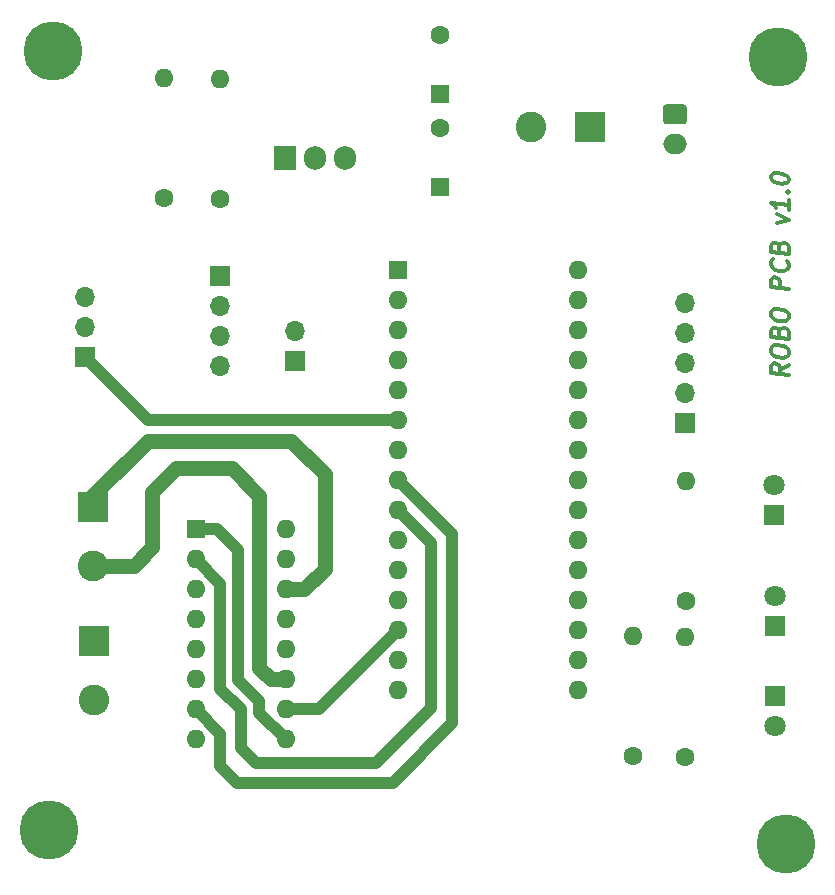
<source format=gbr>
%TF.GenerationSoftware,KiCad,Pcbnew,(5.1.10)-1*%
%TF.CreationDate,2021-06-27T00:20:55+05:30*%
%TF.ProjectId,pcb_flip,7063625f-666c-4697-902e-6b696361645f,rev?*%
%TF.SameCoordinates,Original*%
%TF.FileFunction,Copper,L1,Top*%
%TF.FilePolarity,Positive*%
%FSLAX46Y46*%
G04 Gerber Fmt 4.6, Leading zero omitted, Abs format (unit mm)*
G04 Created by KiCad (PCBNEW (5.1.10)-1) date 2021-06-27 00:20:55*
%MOMM*%
%LPD*%
G01*
G04 APERTURE LIST*
%TA.AperFunction,NonConductor*%
%ADD10C,0.300000*%
%TD*%
%TA.AperFunction,ConnectorPad*%
%ADD11C,5.000000*%
%TD*%
%TA.AperFunction,ComponentPad*%
%ADD12C,2.900000*%
%TD*%
%TA.AperFunction,ComponentPad*%
%ADD13C,1.800000*%
%TD*%
%TA.AperFunction,ComponentPad*%
%ADD14R,1.800000X1.800000*%
%TD*%
%TA.AperFunction,ComponentPad*%
%ADD15O,1.600000X1.600000*%
%TD*%
%TA.AperFunction,ComponentPad*%
%ADD16R,1.600000X1.600000*%
%TD*%
%TA.AperFunction,ComponentPad*%
%ADD17C,2.600000*%
%TD*%
%TA.AperFunction,ComponentPad*%
%ADD18R,2.600000X2.600000*%
%TD*%
%TA.AperFunction,ComponentPad*%
%ADD19O,1.700000X1.700000*%
%TD*%
%TA.AperFunction,ComponentPad*%
%ADD20R,1.700000X1.700000*%
%TD*%
%TA.AperFunction,ComponentPad*%
%ADD21O,1.905000X2.000000*%
%TD*%
%TA.AperFunction,ComponentPad*%
%ADD22R,1.905000X2.000000*%
%TD*%
%TA.AperFunction,ComponentPad*%
%ADD23C,1.600000*%
%TD*%
%TA.AperFunction,ComponentPad*%
%ADD24O,2.000000X1.700000*%
%TD*%
%TA.AperFunction,Conductor*%
%ADD25C,1.000000*%
%TD*%
%TA.AperFunction,Conductor*%
%ADD26C,1.300000*%
%TD*%
G04 APERTURE END LIST*
D10*
X123995571Y-70056714D02*
X123281285Y-70467428D01*
X123995571Y-70913857D02*
X122495571Y-70726357D01*
X122495571Y-70154928D01*
X122567000Y-70021000D01*
X122638428Y-69958500D01*
X122781285Y-69904928D01*
X122995571Y-69931714D01*
X123138428Y-70021000D01*
X123209857Y-70101357D01*
X123281285Y-70253142D01*
X123281285Y-70824571D01*
X122495571Y-68940642D02*
X122495571Y-68654928D01*
X122567000Y-68521000D01*
X122709857Y-68396000D01*
X122995571Y-68360285D01*
X123495571Y-68422785D01*
X123781285Y-68529928D01*
X123924142Y-68690642D01*
X123995571Y-68842428D01*
X123995571Y-69128142D01*
X123924142Y-69262071D01*
X123781285Y-69387071D01*
X123495571Y-69422785D01*
X122995571Y-69360285D01*
X122709857Y-69253142D01*
X122567000Y-69092428D01*
X122495571Y-68940642D01*
X123209857Y-67244214D02*
X123281285Y-67038857D01*
X123352714Y-66976357D01*
X123495571Y-66922785D01*
X123709857Y-66949571D01*
X123852714Y-67038857D01*
X123924142Y-67119214D01*
X123995571Y-67271000D01*
X123995571Y-67842428D01*
X122495571Y-67654928D01*
X122495571Y-67154928D01*
X122567000Y-67021000D01*
X122638428Y-66958500D01*
X122781285Y-66904928D01*
X122924142Y-66922785D01*
X123067000Y-67012071D01*
X123138428Y-67092428D01*
X123209857Y-67244214D01*
X123209857Y-67744214D01*
X122495571Y-65869214D02*
X122495571Y-65583500D01*
X122567000Y-65449571D01*
X122709857Y-65324571D01*
X122995571Y-65288857D01*
X123495571Y-65351357D01*
X123781285Y-65458500D01*
X123924142Y-65619214D01*
X123995571Y-65771000D01*
X123995571Y-66056714D01*
X123924142Y-66190642D01*
X123781285Y-66315642D01*
X123495571Y-66351357D01*
X122995571Y-66288857D01*
X122709857Y-66181714D01*
X122567000Y-66021000D01*
X122495571Y-65869214D01*
X123995571Y-63628142D02*
X122495571Y-63440642D01*
X122495571Y-62869214D01*
X122567000Y-62735285D01*
X122638428Y-62672785D01*
X122781285Y-62619214D01*
X122995571Y-62646000D01*
X123138428Y-62735285D01*
X123209857Y-62815642D01*
X123281285Y-62967428D01*
X123281285Y-63538857D01*
X123852714Y-61253142D02*
X123924142Y-61333500D01*
X123995571Y-61556714D01*
X123995571Y-61699571D01*
X123924142Y-61904928D01*
X123781285Y-62029928D01*
X123638428Y-62083500D01*
X123352714Y-62119214D01*
X123138428Y-62092428D01*
X122852714Y-61985285D01*
X122709857Y-61896000D01*
X122567000Y-61735285D01*
X122495571Y-61512071D01*
X122495571Y-61369214D01*
X122567000Y-61163857D01*
X122638428Y-61101357D01*
X123209857Y-60029928D02*
X123281285Y-59824571D01*
X123352714Y-59762071D01*
X123495571Y-59708500D01*
X123709857Y-59735285D01*
X123852714Y-59824571D01*
X123924142Y-59904928D01*
X123995571Y-60056714D01*
X123995571Y-60628142D01*
X122495571Y-60440642D01*
X122495571Y-59940642D01*
X122567000Y-59806714D01*
X122638428Y-59744214D01*
X122781285Y-59690642D01*
X122924142Y-59708500D01*
X123067000Y-59797785D01*
X123138428Y-59878142D01*
X123209857Y-60029928D01*
X123209857Y-60529928D01*
X122995571Y-58003142D02*
X123995571Y-57771000D01*
X122995571Y-57288857D01*
X123995571Y-56056714D02*
X123995571Y-56913857D01*
X123995571Y-56485285D02*
X122495571Y-56297785D01*
X122709857Y-56467428D01*
X122852714Y-56628142D01*
X122924142Y-56779928D01*
X123852714Y-55396000D02*
X123924142Y-55333500D01*
X123995571Y-55413857D01*
X123924142Y-55476357D01*
X123852714Y-55396000D01*
X123995571Y-55413857D01*
X122495571Y-54226357D02*
X122495571Y-54083500D01*
X122567000Y-53949571D01*
X122638428Y-53887071D01*
X122781285Y-53833500D01*
X123067000Y-53797785D01*
X123424142Y-53842428D01*
X123709857Y-53949571D01*
X123852714Y-54038857D01*
X123924142Y-54119214D01*
X123995571Y-54271000D01*
X123995571Y-54413857D01*
X123924142Y-54547785D01*
X123852714Y-54610285D01*
X123709857Y-54663857D01*
X123424142Y-54699571D01*
X123067000Y-54654928D01*
X122781285Y-54547785D01*
X122638428Y-54458500D01*
X122567000Y-54378142D01*
X122495571Y-54226357D01*
D11*
%TO.P,..,1*%
%TO.N,N/C*%
X123761500Y-110617000D03*
D12*
X123761500Y-110617000D03*
%TD*%
D11*
%TO.P,..,1*%
%TO.N,N/C*%
X61404500Y-109410500D03*
D12*
X61404500Y-109410500D03*
%TD*%
D11*
%TO.P,.,1*%
%TO.N,N/C*%
X123063000Y-43942000D03*
D12*
X123063000Y-43942000D03*
%TD*%
D11*
%TO.P, ,1*%
%TO.N,N/C*%
X61722000Y-43434000D03*
D12*
X61722000Y-43434000D03*
%TD*%
D13*
%TO.P,D2,2*%
%TO.N,Net-(D2-Pad2)*%
X122809000Y-89598500D03*
D14*
%TO.P,D2,1*%
%TO.N,Earth*%
X122809000Y-92138500D03*
%TD*%
D15*
%TO.P,\u002A   L293D,16*%
%TO.N,+5V*%
X81407000Y-83947000D03*
%TO.P,\u002A   L293D,8*%
%TO.N,+6V*%
X73787000Y-101727000D03*
%TO.P,\u002A   L293D,15*%
%TO.N,Net-(A1-Pad12)*%
X81407000Y-86487000D03*
%TO.P,\u002A   L293D,7*%
%TO.N,Net-(A1-Pad8)*%
X73787000Y-99187000D03*
%TO.P,\u002A   L293D,14*%
%TO.N,Net-(J4-Pad1)*%
X81407000Y-89027000D03*
%TO.P,\u002A   L293D,6*%
%TO.N,Net-(J5-Pad2)*%
X73787000Y-96647000D03*
%TO.P,\u002A   L293D,13*%
%TO.N,Earth*%
X81407000Y-91567000D03*
%TO.P,\u002A   L293D,5*%
X73787000Y-94107000D03*
%TO.P,\u002A   L293D,12*%
X81407000Y-94107000D03*
%TO.P,\u002A   L293D,4*%
X73787000Y-91567000D03*
%TO.P,\u002A   L293D,11*%
%TO.N,Net-(J4-Pad2)*%
X81407000Y-96647000D03*
%TO.P,\u002A   L293D,3*%
%TO.N,Net-(J5-Pad1)*%
X73787000Y-89027000D03*
%TO.P,\u002A   L293D,10*%
%TO.N,Net-(A1-Pad13)*%
X81407000Y-99187000D03*
%TO.P,\u002A   L293D,2*%
%TO.N,Net-(A1-Pad9)*%
X73787000Y-86487000D03*
%TO.P,\u002A   L293D,9*%
%TO.N,Net-(A1-Pad7)*%
X81407000Y-101727000D03*
D16*
%TO.P,\u002A   L293D,1*%
X73787000Y-83947000D03*
%TD*%
D17*
%TO.P,CUTOFF SW,2*%
%TO.N,+BATT*%
X102188000Y-49911000D03*
D18*
%TO.P,CUTOFF SW,1*%
%TO.N,Net-(J1-Pad1)*%
X107188000Y-49911000D03*
%TD*%
D19*
%TO.P,A7 A6 A5 A4 A3,5*%
%TO.N,Net-(A1-Pad26)*%
X115189000Y-64770000D03*
%TO.P,A7 A6 A5 A4 A3,4*%
%TO.N,Net-(A1-Pad25)*%
X115189000Y-67310000D03*
%TO.P,A7 A6 A5 A4 A3,3*%
%TO.N,Net-(A1-Pad24)*%
X115189000Y-69850000D03*
%TO.P,A7 A6 A5 A4 A3,2*%
%TO.N,Net-(A1-Pad23)*%
X115189000Y-72390000D03*
D20*
%TO.P,A7 A6 A5 A4 A3,1*%
%TO.N,Net-(A1-Pad22)*%
X115189000Y-74930000D03*
%TD*%
D19*
%TO.P,.,2*%
%TO.N,Net-(A1-Pad3)*%
X82169000Y-67183000D03*
D20*
%TO.P,.,1*%
%TO.N,Earth*%
X82169000Y-69723000D03*
%TD*%
D17*
%TO.P,M1,2*%
%TO.N,Net-(J5-Pad2)*%
X65214500Y-98408500D03*
D18*
%TO.P,M1,1*%
%TO.N,Net-(J5-Pad1)*%
X65214500Y-93408500D03*
%TD*%
D17*
%TO.P,M2,2*%
%TO.N,Net-(J4-Pad2)*%
X65087500Y-87042000D03*
D18*
%TO.P,M2,1*%
%TO.N,Net-(J4-Pad1)*%
X65087500Y-82042000D03*
%TD*%
D19*
%TO.P,D  V  G,3*%
%TO.N,Earth*%
X64452500Y-64262000D03*
%TO.P,D  V  G,2*%
%TO.N,+6V*%
X64452500Y-66802000D03*
D20*
%TO.P,D  V  G,1*%
%TO.N,Net-(A1-Pad6)*%
X64452500Y-69342000D03*
%TD*%
D19*
%TO.P,RF,4*%
%TO.N,Earth*%
X75819000Y-70104000D03*
%TO.P,RF,3*%
%TO.N,Net-(A1-Pad2)*%
X75819000Y-67564000D03*
%TO.P,RF,2*%
X75819000Y-65024000D03*
D20*
%TO.P,RF,1*%
%TO.N,+5V*%
X75819000Y-62484000D03*
%TD*%
D21*
%TO.P,LM741,3*%
%TO.N,+BATT*%
X86423500Y-52514500D03*
%TO.P,LM741,2*%
%TO.N,+6V*%
X83883500Y-52514500D03*
D22*
%TO.P,LM741,1*%
%TO.N,Net-(R1-Pad2)*%
X81343500Y-52514500D03*
%TD*%
D15*
%TO.P,R5,2*%
%TO.N,Net-(A1-Pad21)*%
X115316000Y-79883000D03*
D23*
%TO.P,R5,1*%
%TO.N,Net-(D3-Pad2)*%
X115316000Y-90043000D03*
%TD*%
D15*
%TO.P,R4,2*%
%TO.N,Net-(A1-Pad20)*%
X115252500Y-93091000D03*
D23*
%TO.P,R4,1*%
%TO.N,Net-(D2-Pad2)*%
X115252500Y-103251000D03*
%TD*%
D15*
%TO.P,R3,2*%
%TO.N,Net-(A1-Pad19)*%
X110807500Y-92964000D03*
D23*
%TO.P,R3,1*%
%TO.N,Net-(D1-Pad2)*%
X110807500Y-103124000D03*
%TD*%
D15*
%TO.P,R2 3.8k,2*%
%TO.N,Earth*%
X75882500Y-45847000D03*
D23*
%TO.P,R2 3.8k,1*%
%TO.N,Net-(R1-Pad2)*%
X75882500Y-56007000D03*
%TD*%
D15*
%TO.P,R1 1k,2*%
%TO.N,Net-(R1-Pad2)*%
X71120000Y-45720000D03*
D23*
%TO.P,R1 1k,1*%
%TO.N,+6V*%
X71120000Y-55880000D03*
%TD*%
D24*
%TO.P,-  +,2*%
%TO.N,Earth*%
X114363500Y-51331500D03*
%TO.P,-  +,1*%
%TO.N,Net-(J1-Pad1)*%
%TA.AperFunction,ComponentPad*%
G36*
G01*
X113613500Y-47981500D02*
X115113500Y-47981500D01*
G75*
G02*
X115363500Y-48231500I0J-250000D01*
G01*
X115363500Y-49431500D01*
G75*
G02*
X115113500Y-49681500I-250000J0D01*
G01*
X113613500Y-49681500D01*
G75*
G02*
X113363500Y-49431500I0J250000D01*
G01*
X113363500Y-48231500D01*
G75*
G02*
X113613500Y-47981500I250000J0D01*
G01*
G37*
%TD.AperFunction*%
%TD*%
D13*
%TO.P,D3,2*%
%TO.N,Net-(D3-Pad2)*%
X122745500Y-80200500D03*
D14*
%TO.P,D3,1*%
%TO.N,Earth*%
X122745500Y-82740500D03*
%TD*%
D13*
%TO.P,D1,2*%
%TO.N,Net-(D1-Pad2)*%
X122809000Y-100584000D03*
D14*
%TO.P,D1,1*%
%TO.N,Earth*%
X122809000Y-98044000D03*
%TD*%
D23*
%TO.P,C2,2*%
%TO.N,Earth*%
X94488000Y-42117000D03*
D16*
%TO.P,C2,1*%
%TO.N,+BATT*%
X94488000Y-47117000D03*
%TD*%
D23*
%TO.P,C1,2*%
%TO.N,Earth*%
X94488000Y-49991000D03*
D16*
%TO.P,C1,1*%
%TO.N,+6V*%
X94488000Y-54991000D03*
%TD*%
%TO.P,Arduino Nano,1*%
%TO.N,N/C*%
X90932000Y-61976000D03*
D15*
%TO.P,Arduino Nano,17*%
X106172000Y-94996000D03*
%TO.P,Arduino Nano,2*%
%TO.N,Net-(A1-Pad2)*%
X90932000Y-64516000D03*
%TO.P,Arduino Nano,18*%
%TO.N,N/C*%
X106172000Y-92456000D03*
%TO.P,Arduino Nano,3*%
%TO.N,Net-(A1-Pad3)*%
X90932000Y-67056000D03*
%TO.P,Arduino Nano,19*%
%TO.N,Net-(A1-Pad19)*%
X106172000Y-89916000D03*
%TO.P,Arduino Nano,4*%
%TO.N,Earth*%
X90932000Y-69596000D03*
%TO.P,Arduino Nano,20*%
%TO.N,Net-(A1-Pad20)*%
X106172000Y-87376000D03*
%TO.P,Arduino Nano,5*%
%TO.N,N/C*%
X90932000Y-72136000D03*
%TO.P,Arduino Nano,21*%
%TO.N,Net-(A1-Pad21)*%
X106172000Y-84836000D03*
%TO.P,Arduino Nano,6*%
%TO.N,Net-(A1-Pad6)*%
X90932000Y-74676000D03*
%TO.P,Arduino Nano,22*%
%TO.N,Net-(A1-Pad22)*%
X106172000Y-82296000D03*
%TO.P,Arduino Nano,7*%
%TO.N,Net-(A1-Pad7)*%
X90932000Y-77216000D03*
%TO.P,Arduino Nano,23*%
%TO.N,Net-(A1-Pad23)*%
X106172000Y-79756000D03*
%TO.P,Arduino Nano,8*%
%TO.N,Net-(A1-Pad8)*%
X90932000Y-79756000D03*
%TO.P,Arduino Nano,24*%
%TO.N,Net-(A1-Pad24)*%
X106172000Y-77216000D03*
%TO.P,Arduino Nano,9*%
%TO.N,Net-(A1-Pad9)*%
X90932000Y-82296000D03*
%TO.P,Arduino Nano,25*%
%TO.N,Net-(A1-Pad25)*%
X106172000Y-74676000D03*
%TO.P,Arduino Nano,10*%
%TO.N,N/C*%
X90932000Y-84836000D03*
%TO.P,Arduino Nano,26*%
%TO.N,Net-(A1-Pad26)*%
X106172000Y-72136000D03*
%TO.P,Arduino Nano,11*%
%TO.N,N/C*%
X90932000Y-87376000D03*
%TO.P,Arduino Nano,27*%
%TO.N,+5V*%
X106172000Y-69596000D03*
%TO.P,Arduino Nano,12*%
%TO.N,Net-(A1-Pad12)*%
X90932000Y-89916000D03*
%TO.P,Arduino Nano,28*%
%TO.N,N/C*%
X106172000Y-67056000D03*
%TO.P,Arduino Nano,13*%
%TO.N,Net-(A1-Pad13)*%
X90932000Y-92456000D03*
%TO.P,Arduino Nano,29*%
%TO.N,Earth*%
X106172000Y-64516000D03*
%TO.P,Arduino Nano,14*%
%TO.N,N/C*%
X90932000Y-94996000D03*
%TO.P,Arduino Nano,30*%
%TO.N,+BATT*%
X106172000Y-61976000D03*
%TO.P,Arduino Nano,15*%
%TO.N,N/C*%
X90932000Y-97536000D03*
%TO.P,Arduino Nano,16*%
X106172000Y-97536000D03*
%TD*%
D25*
%TO.N,Net-(A1-Pad13)*%
X84201000Y-99187000D02*
X90932000Y-92456000D01*
X81407000Y-99187000D02*
X84201000Y-99187000D01*
%TO.N,Net-(A1-Pad9)*%
X73787000Y-86487000D02*
X75882500Y-88582500D01*
X75882500Y-88582500D02*
X75882500Y-97472500D01*
X75882500Y-97472500D02*
X77597000Y-99187000D01*
X77597000Y-99187000D02*
X77597000Y-102489000D01*
X77597000Y-102489000D02*
X78867000Y-103759000D01*
X78867000Y-103759000D02*
X89027000Y-103759000D01*
X89027000Y-103759000D02*
X93726000Y-99060000D01*
X93726000Y-85090000D02*
X90932000Y-82296000D01*
X93726000Y-99060000D02*
X93726000Y-85090000D01*
%TO.N,Net-(A1-Pad8)*%
X73787000Y-99187000D02*
X75882500Y-101282500D01*
X75882500Y-101282500D02*
X75882500Y-104013000D01*
X75882500Y-104013000D02*
X77279500Y-105410000D01*
X77279500Y-105410000D02*
X90487500Y-105410000D01*
X90487500Y-105410000D02*
X95504000Y-100393500D01*
X95504000Y-84328000D02*
X90932000Y-79756000D01*
X95504000Y-100393500D02*
X95504000Y-84328000D01*
%TO.N,Net-(A1-Pad7)*%
X73787000Y-83947000D02*
X75628500Y-83947000D01*
X77406500Y-85725000D02*
X77406500Y-96710500D01*
X77406500Y-96710500D02*
X79184500Y-98488500D01*
X79184500Y-99504500D02*
X81407000Y-101727000D01*
X79184500Y-98488500D02*
X79184500Y-99504500D01*
%TO.N,Net-(A1-Pad6)*%
X69786500Y-74676000D02*
X90932000Y-74676000D01*
X64452500Y-69342000D02*
X69786500Y-74676000D01*
%TO.N,Net-(A1-Pad7)*%
X75628500Y-83947000D02*
X77406500Y-85725000D01*
D26*
%TO.N,Net-(J4-Pad2)*%
X80137000Y-96647000D02*
X81407000Y-96647000D01*
X79184500Y-81153000D02*
X79184500Y-95694500D01*
X72136000Y-78803500D02*
X76835000Y-78803500D01*
X79184500Y-95694500D02*
X80137000Y-96647000D01*
X70104000Y-80835500D02*
X72136000Y-78803500D01*
X76835000Y-78803500D02*
X79184500Y-81153000D01*
X70104000Y-85471000D02*
X70104000Y-80835500D01*
X68533000Y-87042000D02*
X70104000Y-85471000D01*
X65087500Y-87042000D02*
X68533000Y-87042000D01*
%TO.N,Net-(J4-Pad1)*%
X65087500Y-82042000D02*
X65087500Y-81089500D01*
X65087500Y-81089500D02*
X69723000Y-76454000D01*
X69723000Y-76454000D02*
X81851500Y-76454000D01*
X81851500Y-76454000D02*
X84709000Y-79311500D01*
X84709000Y-79311500D02*
X84709000Y-87312500D01*
X82994500Y-89027000D02*
X81407000Y-89027000D01*
X84709000Y-87312500D02*
X82994500Y-89027000D01*
%TD*%
M02*

</source>
